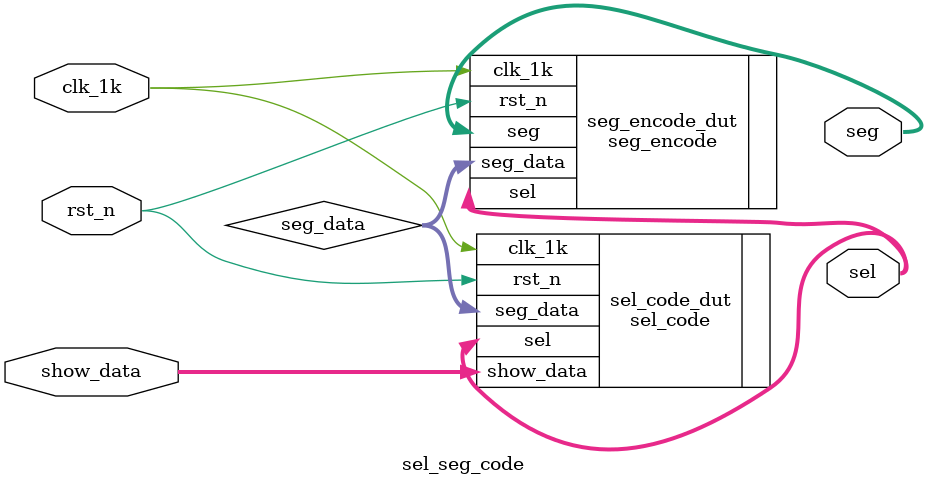
<source format=v>
module sel_seg_code (clk_1k, rst_n, show_data, sel, seg);

   input [23:0] show_data;
   input clk_1k;
	input rst_n;
	
   output [5:0] sel;
   output [7:0] seg;

   wire [3:0] seg_data;	

   sel_code sel_code_dut(
	   .clk_1k(clk_1k),
		.rst_n(rst_n), 
	   .show_data(show_data), 
	   .sel(sel), 
		.seg_data(seg_data)
	   );
								
								
   seg_encode seg_encode_dut(
	   .clk_1k	(clk_1k	), 
      .seg_data(seg_data), 
		.rst_n	(rst_n	), 
		.sel  	(sel		),
	   .seg		(seg		)
		);								

endmodule


 

</source>
